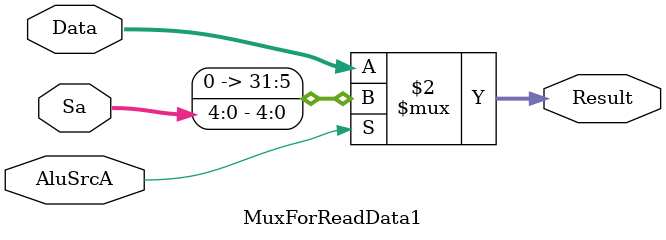
<source format=v>
`timescale 1ns / 1ps


module MuxForReadData1(
    input AluSrcA,
    input [31:0] Data,
    input [4:0] Sa,
    output [31:0] Result
    );
    assign Result = (AluSrcA)?Sa:Data;
endmodule

</source>
